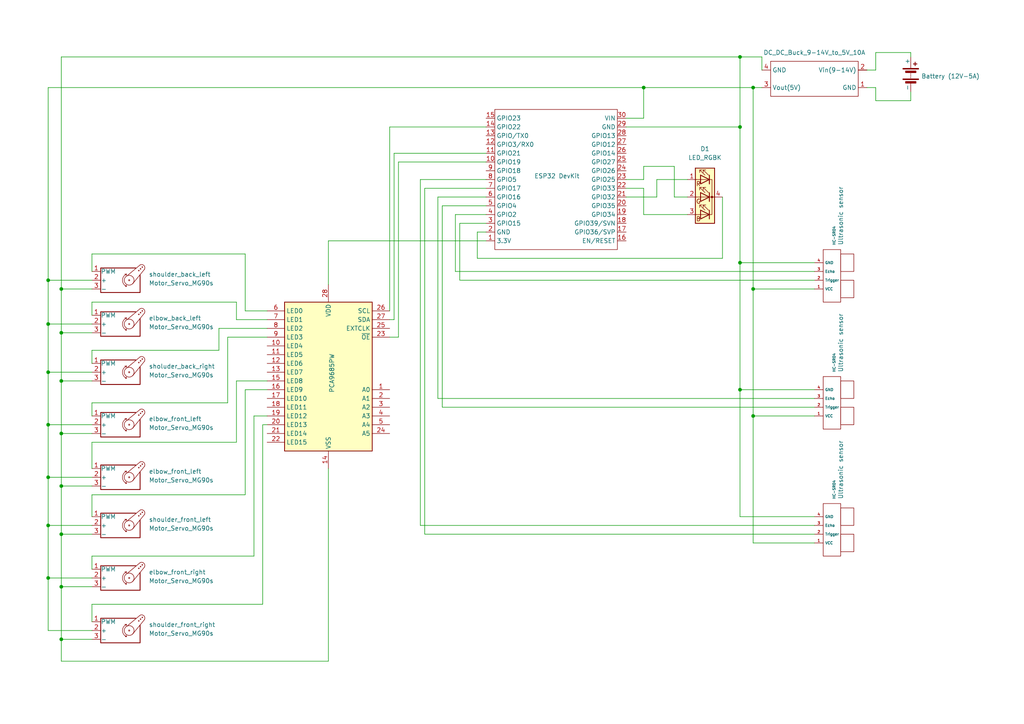
<source format=kicad_sch>
(kicad_sch (version 20250114) (generator "eeschema") (generator_version "9.0")
  (paper "A4")
  (lib_symbols
    (symbol "Device:Battery" (pin_numbers (hide yes)) (pin_names (offset 0))
      (property "Reference" "BT" (at 2.54 2.54 0))
      (property "Value" "Battery" (at 2.54 0 0))
      (symbol "Battery_0_1"
        (rectangle (start -2.286 1.778) (end 2.286 1.524) (fill (type outline)))
        (rectangle (start -2.286 -1.27) (end 2.286 -1.524) (fill (type outline)))
        (rectangle (start -1.524 1.016) (end 1.524 0.508) (fill (type outline)))
        (rectangle (start -1.524 -2.032) (end 1.524 -2.54) (fill (type outline)))
        (polyline (pts (xy 0 1.778) (xy 0 2.54)))
        (polyline (pts (xy 0 0) (xy 0 0.254)))
        (polyline (pts (xy 0 -0.508) (xy 0 -0.254)))
        (polyline (pts (xy 0 -1.016) (xy 0 -0.762)))
        (polyline (pts (xy 0.762 3.048) (xy 1.778 3.048)) (stroke (width 0.254)))
        (polyline (pts (xy 1.27 3.556) (xy 1.27 2.54)) (stroke (width 0.254)))
      )
      (symbol "Battery_1_1"
        (pin passive line (at 0 5.08 270) (length 2.54) (name "+") (number "1"))
        (pin passive line (at 0 -5.08 90) (length 2.54) (name "-") (number "2"))
      )
    )
    (symbol "Device:LED_RGBK" (pin_names (offset 0) (hide yes))
      (property "Reference" "D" (at 0 9.398 0))
      (property "Value" "LED_RGBK" (at 0 -8.89 0))
      (symbol "LED_RGBK_0_0"
        (text "R" (at 1.905 3.81 0) (effects (font (size 1.27 1.27))))
        (text "G" (at 1.905 -1.27 0) (effects (font (size 1.27 1.27))))
        (text "B" (at 1.905 -6.35 0) (effects (font (size 1.27 1.27))))
      )
      (symbol "LED_RGBK_0_1"
        (circle (center -2.032 0) (radius 0.254) (fill (type outline)))
        (polyline (pts (xy -1.27 6.35) (xy -1.27 3.81)) (stroke (width 0.254)))
        (polyline (pts (xy -1.27 6.35) (xy -1.27 3.81) (xy -1.27 3.81)))
        (polyline (pts (xy -1.27 5.08) (xy 1.27 5.08)))
        (polyline (pts (xy -1.27 5.08) (xy -2.032 5.08) (xy -2.032 -5.08) (xy -1.016 -5.08)))
        (polyline (pts (xy -1.27 1.27) (xy -1.27 -1.27)) (stroke (width 0.254)))
        (polyline (pts (xy -1.27 1.27) (xy -1.27 -1.27) (xy -1.27 -1.27)))
        (polyline (pts (xy -1.27 0) (xy -2.54 0)))
        (polyline (pts (xy -1.27 -3.81) (xy -1.27 -6.35)) (stroke (width 0.254)))
        (polyline (pts (xy -1.27 -5.08) (xy 1.27 -5.08)))
        (polyline (pts (xy -1.016 6.35) (xy 0.508 7.874) (xy -0.254 7.874) (xy 0.508 7.874) (xy 0.508 7.112)))
        (polyline (pts (xy -1.016 1.27) (xy 0.508 2.794) (xy -0.254 2.794) (xy 0.508 2.794) (xy 0.508 2.032)))
        (polyline (pts (xy -1.016 -3.81) (xy 0.508 -2.286) (xy -0.254 -2.286) (xy 0.508 -2.286) (xy 0.508 -3.048)))
        (polyline (pts (xy 0 6.35) (xy 1.524 7.874) (xy 0.762 7.874) (xy 1.524 7.874) (xy 1.524 7.112)))
        (polyline (pts (xy 0 1.27) (xy 1.524 2.794) (xy 0.762 2.794) (xy 1.524 2.794) (xy 1.524 2.032)))
        (polyline (pts (xy 0 -3.81) (xy 1.524 -2.286) (xy 0.762 -2.286) (xy 1.524 -2.286) (xy 1.524 -3.048)))
        (polyline (pts (xy 1.27 6.35) (xy 1.27 3.81) (xy -1.27 5.08) (xy 1.27 6.35)) (stroke (width 0.254)))
        (rectangle (start 1.27 6.35) (end 1.27 6.35))
        (polyline (pts (xy 1.27 5.08) (xy 2.54 5.08)))
        (rectangle (start 1.27 3.81) (end 1.27 6.35))
        (polyline (pts (xy 1.27 1.27) (xy 1.27 -1.27) (xy -1.27 0) (xy 1.27 1.27)) (stroke (width 0.254)))
        (rectangle (start 1.27 1.27) (end 1.27 1.27))
        (polyline (pts (xy 1.27 0) (xy -1.27 0)))
        (polyline (pts (xy 1.27 0) (xy 2.54 0)))
        (rectangle (start 1.27 -1.27) (end 1.27 1.27))
        (polyline (pts (xy 1.27 -3.81) (xy 1.27 -6.35) (xy -1.27 -5.08) (xy 1.27 -3.81)) (stroke (width 0.254)))
        (polyline (pts (xy 1.27 -5.08) (xy 2.54 -5.08)))
        (rectangle (start 2.794 8.382) (end -2.794 -7.62) (stroke (width 0.254)) (fill (type background)))
      )
      (symbol "LED_RGBK_1_1"
        (pin passive line (at -5.08 0 0) (length 2.54) (name "K") (number "4"))
        (pin passive line (at 5.08 5.08 180) (length 2.54) (name "RA") (number "1"))
        (pin passive line (at 5.08 0 180) (length 2.54) (name "GA") (number "2"))
        (pin passive line (at 5.08 -5.08 180) (length 2.54) (name "BA") (number "3"))
      )
    )
    (symbol "Driver_LED:PCA9685PW"
      (property "Reference" "U" (at -12.7 22.225 0))
      (property "Value" "PCA9685PW" (at 1.27 22.225 0))
      (symbol "PCA9685PW_0_1"
        (rectangle (start -12.7 20.32) (end 12.7 -22.86) (stroke (width 0.254)) (fill (type background)))
      )
      (symbol "PCA9685PW_1_1"
        (pin input line (at -17.78 17.78 0) (length 5.08) (name "SCL") (number "26"))
        (pin bidirectional line (at -17.78 15.24 0) (length 5.08) (name "SDA") (number "27"))
        (pin input line (at -17.78 12.7 0) (length 5.08) (name "EXTCLK") (number "25"))
        (pin input line (at -17.78 10.16 0) (length 5.08) (name "~{OE}") (number "23"))
        (pin input line (at -17.78 -5.08 0) (length 5.08) (name "A0") (number "1"))
        (pin input line (at -17.78 -7.62 0) (length 5.08) (name "A1") (number "2"))
        (pin input line (at -17.78 -10.16 0) (length 5.08) (name "A2") (number "3"))
        (pin input line (at -17.78 -12.7 0) (length 5.08) (name "A3") (number "4"))
        (pin input line (at -17.78 -15.24 0) (length 5.08) (name "A4") (number "5"))
        (pin input line (at -17.78 -17.78 0) (length 5.08) (name "A5") (number "24"))
        (pin power_in line (at 0 25.4 270) (length 5.08) (name "VDD") (number "28"))
        (pin power_in line (at 0 -27.94 90) (length 5.08) (name "VSS") (number "14"))
        (pin output line (at 17.78 17.78 180) (length 5.08) (name "LED0") (number "6"))
        (pin output line (at 17.78 15.24 180) (length 5.08) (name "LED1") (number "7"))
        (pin output line (at 17.78 12.7 180) (length 5.08) (name "LED2") (number "8"))
        (pin output line (at 17.78 10.16 180) (length 5.08) (name "LED3") (number "9"))
        (pin output line (at 17.78 7.62 180) (length 5.08) (name "LED4") (number "10"))
        (pin output line (at 17.78 5.08 180) (length 5.08) (name "LED5") (number "11"))
        (pin output line (at 17.78 2.54 180) (length 5.08) (name "LED6") (number "12"))
        (pin output line (at 17.78 0 180) (length 5.08) (name "LED7") (number "13"))
        (pin output line (at 17.78 -2.54 180) (length 5.08) (name "LED8") (number "15"))
        (pin output line (at 17.78 -5.08 180) (length 5.08) (name "LED9") (number "16"))
        (pin output line (at 17.78 -7.62 180) (length 5.08) (name "LED10") (number "17"))
        (pin output line (at 17.78 -10.16 180) (length 5.08) (name "LED11") (number "18"))
        (pin output line (at 17.78 -12.7 180) (length 5.08) (name "LED12") (number "19"))
        (pin output line (at 17.78 -15.24 180) (length 5.08) (name "LED13") (number "20"))
        (pin output line (at 17.78 -17.78 180) (length 5.08) (name "LED14") (number "21"))
        (pin output line (at 17.78 -20.32 180) (length 5.08) (name "LED15") (number "22"))
      )
    )
    (symbol "Motor:Motor_Servo" (pin_names (offset 0.0254))
      (property "Reference" "M" (at -5.08 4.445 0))
      (property "Value" "Motor_Servo" (at -5.08 -4.064 0))
      (symbol "Motor_Servo_0_1"
        (polyline (pts (xy 2.413 1.778) (xy 1.905 1.778)))
        (polyline (pts (xy 2.413 1.778) (xy 2.286 1.397)))
        (polyline (pts (xy 2.413 -1.778) (xy 2.032 -1.778)))
        (polyline (pts (xy 2.413 -1.778) (xy 2.286 -1.397)))
        (arc (start 2.413 -1.778) (mid 1.2406 0) (end 2.413 1.778))
        (circle (center 3.175 0) (radius 0.1778))
        (circle (center 3.175 0) (radius 1.4224))
        (polyline (pts (xy 5.08 3.556) (xy -5.08 3.556) (xy -5.08 -3.556) (xy 6.35 -3.556) (xy 6.35 1.524)) (stroke (width 0.254)))
        (circle (center 5.969 2.794) (radius 0.127))
        (polyline (pts (xy 6.35 4.445) (xy 2.54 1.27)))
        (circle (center 6.477 3.302) (radius 0.127))
        (arc (start 6.35 4.445) (mid 7.4487 4.2737) (end 7.62 3.175))
        (circle (center 6.985 3.81) (radius 0.127))
        (polyline (pts (xy 7.62 3.175) (xy 4.191 -1.016)))
      )
      (symbol "Motor_Servo_1_1"
        (pin passive line (at -7.62 2.54 0) (length 2.54) (name "PWM") (number "1"))
        (pin passive line (at -7.62 0 0) (length 2.54) (name "+") (number "2"))
        (pin passive line (at -7.62 -2.54 0) (length 2.54) (name "-") (number "3"))
      )
    )
    (symbol "esp32_devkit:ESP32S-WROOM"
      (symbol "ESP32S-WROOM_0_1"
        (rectangle (start -16.51 19.05) (end 19.05 -21.59))
      )
      (symbol "ESP32S-WROOM_1_1"
        (pin power_in line (at -19.05 16.51 0) (length 2.54) (name "VIN") (number "30"))
        (pin bidirectional line (at -19.05 13.97 0) (length 2.54) (name "GND") (number "29"))
        (pin bidirectional line (at -19.05 11.43 0) (length 2.54) (name "GPIO13") (number "28"))
        (pin bidirectional line (at -19.05 8.89 0) (length 2.54) (name "GPIO12") (number "27"))
        (pin bidirectional line (at -19.05 6.35 0) (length 2.54) (name "GPIO14") (number "26"))
        (pin bidirectional line (at -19.05 3.81 0) (length 2.54) (name "GPIO27") (number "25"))
        (pin bidirectional line (at -19.05 1.27 0) (length 2.54) (name "GPIO26") (number "24"))
        (pin bidirectional line (at -19.05 -1.27 0) (length 2.54) (name "GPIO25") (number "23"))
        (pin bidirectional line (at -19.05 -3.81 0) (length 2.54) (name "GPIO33") (number "22"))
        (pin bidirectional line (at -19.05 -6.35 0) (length 2.54) (name "GPIO32") (number "21"))
        (pin bidirectional line (at -19.05 -8.89 0) (length 2.54) (name "GPIO35") (number "20"))
        (pin bidirectional line (at -19.05 -11.43 0) (length 2.54) (name "GPIO34") (number "19"))
        (pin bidirectional line (at -19.05 -13.97 0) (length 2.54) (name "GPIO39/SVN") (number "18"))
        (pin bidirectional line (at -19.05 -16.51 0) (length 2.54) (name "GPIO36/SVP") (number "17"))
        (pin bidirectional line (at -19.05 -19.05 0) (length 2.54) (name "EN/RESET") (number "16"))
        (pin bidirectional line (at 21.59 16.51 180) (length 2.54) (name "GPIO23") (number "15"))
        (pin bidirectional line (at 21.59 13.97 180) (length 2.54) (name "GPIO22") (number "14"))
        (pin bidirectional line (at 21.59 11.43 180) (length 2.54) (name "GPIO/TX0") (number "13"))
        (pin bidirectional line (at 21.59 8.89 180) (length 2.54) (name "GPIO3/RX0") (number "12"))
        (pin bidirectional line (at 21.59 6.35 180) (length 2.54) (name "GPIO21") (number "11"))
        (pin bidirectional line (at 21.59 3.81 180) (length 2.54) (name "GPIO19") (number "10"))
        (pin bidirectional line (at 21.59 1.27 180) (length 2.54) (name "GPIO18") (number "9"))
        (pin bidirectional line (at 21.59 -1.27 180) (length 2.54) (name "GPIO5") (number "8"))
        (pin bidirectional line (at 21.59 -3.81 180) (length 2.54) (name "GPIO17") (number "7"))
        (pin bidirectional line (at 21.59 -6.35 180) (length 2.54) (name "GPIO16") (number "6"))
        (pin bidirectional line (at 21.59 -8.89 180) (length 2.54) (name "GPIO4") (number "5"))
        (pin bidirectional line (at 21.59 -11.43 180) (length 2.54) (name "GPIO2") (number "4"))
        (pin bidirectional line (at 21.59 -13.97 180) (length 2.54) (name "GPIO15") (number "3"))
        (pin bidirectional line (at 21.59 -16.51 180) (length 2.54) (name "GND") (number "2"))
        (pin bidirectional line (at 21.59 -19.05 180) (length 2.54) (name "3.3V") (number "1"))
      )
    )
    (symbol "hc-sr04:hc-sr04"
      (property "Reference" "U" (at 0 9.144 0))
      (symbol "hc-sr04_0_1"
        (rectangle (start -7.62 5.08) (end 7.62 0))
        (rectangle (start -6.35 0) (end -1.27 -3.81))
        (rectangle (start 1.27 0) (end 6.35 -3.81))
      )
      (symbol "hc-sr04_1_1"
        (pin power_in line (at -3.81 7.62 270) (length 2.54) (name "VCC") (number "1"))
        (pin input line (at -1.27 7.62 270) (length 2.54) (name "Trigger") (number "2"))
        (pin output line (at 1.27 7.62 270) (length 2.54) (name "Echo") (number "3"))
        (pin power_in line (at 3.81 7.62 270) (length 2.54) (name "GND") (number "4"))
      )
    )
    (symbol "voltage_reduction:DC_DC_Buck_9-14V_to_5V_10A"
      (property "Reference" "DCB" (at 0 6.35 0))
      (symbol "DC_DC_Buck_9-14V_to_5V_10A_0_1"
        (rectangle (start -12.7 5.08) (end 12.7 -5.08))
        (polyline (pts (xy -12.7 -2.54) (xy -12.7 -2.54)))
        (polyline (pts (xy 12.7 2.54) (xy 12.7 2.54)))
        (polyline (pts (xy 12.7 -2.54) (xy 15.24 -2.54)))
      )
      (symbol "DC_DC_Buck_9-14V_to_5V_10A_1_1"
        (pin power_out line (at -15.24 2.54 0) (length 2.54) (name "Vout(5V)") (number "3"))
        (pin power_out line (at -15.24 -2.54 0) (length 2.54) (name "GND") (number "4"))
        (pin power_in line (at 15.24 2.54 180) (length 2.54) (name "GND") (number "1"))
        (pin power_in line (at 15.24 -2.54 180) (length 2.54) (name "Vin(9-14V)") (number "2"))
      )
    )
  )
  (junction (at 13.97 93.98))
  (junction (at 186.69 25.4))
  (junction (at 214.63 113.03))
  (junction (at 17.78 110.49))
  (junction (at 218.44 120.65))
  (junction (at 17.78 96.52))
  (junction (at 13.97 167.64))
  (junction (at 17.78 83.82))
  (junction (at 17.78 185.42))
  (junction (at 17.78 125.73))
  (junction (at 13.97 107.95))
  (junction (at 17.78 170.18))
  (junction (at 13.97 152.4))
  (junction (at 17.78 154.94))
  (junction (at 13.97 123.19))
  (junction (at 17.78 140.97))
  (junction (at 214.63 36.83))
  (junction (at 214.63 16.51))
  (junction (at 13.97 138.43))
  (junction (at 214.63 76.2))
  (junction (at 218.44 83.82))
  (junction (at 13.97 81.28))
  (junction (at 218.44 25.4))
  (wire (pts (xy 214.63 149.86) (xy 214.63 113.03)))
  (wire (pts (xy 138.43 67.31) (xy 138.43 74.93)))
  (wire (pts (xy 236.22 113.03) (xy 214.63 113.03)))
  (wire (pts (xy 254 15.24) (xy 254 20.32)))
  (wire (pts (xy 71.12 90.17) (xy 77.47 90.17)))
  (wire (pts (xy 13.97 182.88) (xy 26.67 182.88)))
  (wire (pts (xy 13.97 107.95) (xy 26.67 107.95)))
  (wire (pts (xy 214.63 36.83) (xy 214.63 16.51)))
  (wire (pts (xy 251.46 20.32) (xy 254 20.32)))
  (wire (pts (xy 17.78 125.73) (xy 17.78 140.97)))
  (wire (pts (xy 17.78 185.42) (xy 26.67 185.42)))
  (wire (pts (xy 186.69 54.61) (xy 181.61 54.61)))
  (wire (pts (xy 254 15.24) (xy 264.16 15.24)))
  (wire (pts (xy 26.67 101.6) (xy 63.5 101.6)))
  (wire (pts (xy 17.78 110.49) (xy 17.78 125.73)))
  (wire (pts (xy 236.22 76.2) (xy 214.63 76.2)))
  (wire (pts (xy 209.55 57.15) (xy 209.55 74.93)))
  (wire (pts (xy 199.39 57.15) (xy 195.58 57.15)))
  (wire (pts (xy 218.44 120.65) (xy 218.44 83.82)))
  (wire (pts (xy 13.97 93.98) (xy 26.67 93.98)))
  (wire (pts (xy 63.5 101.6) (xy 63.5 95.25)))
  (wire (pts (xy 73.66 120.65) (xy 77.47 120.65)))
  (wire (pts (xy 17.78 191.77) (xy 17.78 185.42)))
  (wire (pts (xy 63.5 95.25) (xy 77.47 95.25)))
  (wire (pts (xy 236.22 149.86) (xy 214.63 149.86)))
  (wire (pts (xy 13.97 81.28) (xy 13.97 25.4)))
  (wire (pts (xy 13.97 81.28) (xy 13.97 93.98)))
  (wire (pts (xy 13.97 25.4) (xy 186.69 25.4)))
  (wire (pts (xy 17.78 170.18) (xy 17.78 185.42)))
  (wire (pts (xy 218.44 25.4) (xy 220.98 25.4)))
  (wire (pts (xy 264.16 26.67) (xy 264.16 29.21)))
  (wire (pts (xy 218.44 157.48) (xy 218.44 120.65)))
  (wire (pts (xy 71.12 113.03) (xy 77.47 113.03)))
  (wire (pts (xy 199.39 62.23) (xy 186.69 62.23)))
  (wire (pts (xy 95.25 191.77) (xy 17.78 191.77)))
  (wire (pts (xy 132.08 62.23) (xy 140.97 62.23)))
  (wire (pts (xy 140.97 46.99) (xy 115.57 46.99)))
  (wire (pts (xy 66.04 116.84) (xy 66.04 97.79)))
  (wire (pts (xy 17.78 154.94) (xy 17.78 170.18)))
  (wire (pts (xy 17.78 125.73) (xy 26.67 125.73)))
  (wire (pts (xy 26.67 149.86) (xy 26.67 143.51)))
  (wire (pts (xy 181.61 57.15) (xy 190.5 57.15)))
  (wire (pts (xy 236.22 152.4) (xy 121.92 152.4)))
  (wire (pts (xy 68.58 128.27) (xy 68.58 110.49)))
  (wire (pts (xy 220.98 16.51) (xy 220.98 20.32)))
  (wire (pts (xy 236.22 154.94) (xy 123.19 154.94)))
  (wire (pts (xy 236.22 118.11) (xy 128.27 118.11)))
  (wire (pts (xy 214.63 113.03) (xy 214.63 76.2)))
  (wire (pts (xy 113.03 90.17) (xy 113.03 36.83)))
  (wire (pts (xy 76.2 175.26) (xy 76.2 123.19)))
  (wire (pts (xy 186.69 54.61) (xy 186.69 62.23)))
  (wire (pts (xy 236.22 81.28) (xy 133.35 81.28)))
  (wire (pts (xy 209.55 74.93) (xy 138.43 74.93)))
  (wire (pts (xy 17.78 83.82) (xy 17.78 16.51)))
  (wire (pts (xy 127 57.15) (xy 140.97 57.15)))
  (wire (pts (xy 133.35 64.77) (xy 133.35 81.28)))
  (wire (pts (xy 13.97 167.64) (xy 26.67 167.64)))
  (wire (pts (xy 17.78 140.97) (xy 17.78 154.94)))
  (wire (pts (xy 17.78 83.82) (xy 17.78 96.52)))
  (wire (pts (xy 26.67 83.82) (xy 17.78 83.82)))
  (wire (pts (xy 140.97 69.85) (xy 95.25 69.85)))
  (wire (pts (xy 17.78 110.49) (xy 26.67 110.49)))
  (wire (pts (xy 236.22 78.74) (xy 132.08 78.74)))
  (wire (pts (xy 26.67 78.74) (xy 26.67 73.66)))
  (wire (pts (xy 127 115.57) (xy 127 57.15)))
  (wire (pts (xy 17.78 154.94) (xy 26.67 154.94)))
  (wire (pts (xy 115.57 97.79) (xy 113.03 97.79)))
  (wire (pts (xy 71.12 73.66) (xy 71.12 90.17)))
  (wire (pts (xy 113.03 36.83) (xy 140.97 36.83)))
  (wire (pts (xy 17.78 16.51) (xy 214.63 16.51)))
  (wire (pts (xy 186.69 34.29) (xy 181.61 34.29)))
  (wire (pts (xy 128.27 118.11) (xy 128.27 59.69)))
  (wire (pts (xy 132.08 78.74) (xy 132.08 62.23)))
  (wire (pts (xy 17.78 140.97) (xy 26.67 140.97)))
  (wire (pts (xy 214.63 16.51) (xy 220.98 16.51)))
  (wire (pts (xy 26.67 128.27) (xy 68.58 128.27)))
  (wire (pts (xy 264.16 15.24) (xy 264.16 16.51)))
  (wire (pts (xy 121.92 152.4) (xy 121.92 52.07)))
  (wire (pts (xy 26.67 120.65) (xy 26.67 116.84)))
  (wire (pts (xy 26.67 116.84) (xy 66.04 116.84)))
  (wire (pts (xy 138.43 67.31) (xy 140.97 67.31)))
  (wire (pts (xy 133.35 64.77) (xy 140.97 64.77)))
  (wire (pts (xy 195.58 48.26) (xy 186.69 48.26)))
  (wire (pts (xy 76.2 123.19) (xy 77.47 123.19)))
  (wire (pts (xy 26.67 87.63) (xy 68.58 87.63)))
  (wire (pts (xy 17.78 96.52) (xy 26.67 96.52)))
  (wire (pts (xy 254 25.4) (xy 254 29.21)))
  (wire (pts (xy 121.92 52.07) (xy 140.97 52.07)))
  (wire (pts (xy 115.57 46.99) (xy 115.57 97.79)))
  (wire (pts (xy 13.97 138.43) (xy 26.67 138.43)))
  (wire (pts (xy 254 29.21) (xy 264.16 29.21)))
  (wire (pts (xy 114.3 92.71) (xy 114.3 44.45)))
  (wire (pts (xy 123.19 54.61) (xy 140.97 54.61)))
  (wire (pts (xy 26.67 73.66) (xy 71.12 73.66)))
  (wire (pts (xy 236.22 115.57) (xy 127 115.57)))
  (wire (pts (xy 26.67 105.41) (xy 26.67 101.6)))
  (wire (pts (xy 26.67 81.28) (xy 13.97 81.28)))
  (wire (pts (xy 26.67 175.26) (xy 76.2 175.26)))
  (wire (pts (xy 17.78 96.52) (xy 17.78 110.49)))
  (wire (pts (xy 26.67 180.34) (xy 26.67 175.26)))
  (wire (pts (xy 114.3 44.45) (xy 140.97 44.45)))
  (wire (pts (xy 13.97 152.4) (xy 13.97 167.64)))
  (wire (pts (xy 71.12 143.51) (xy 71.12 113.03)))
  (wire (pts (xy 123.19 154.94) (xy 123.19 54.61)))
  (wire (pts (xy 95.25 69.85) (xy 95.25 82.55)))
  (wire (pts (xy 66.04 97.79) (xy 77.47 97.79)))
  (wire (pts (xy 17.78 170.18) (xy 26.67 170.18)))
  (wire (pts (xy 26.67 123.19) (xy 13.97 123.19)))
  (wire (pts (xy 26.67 143.51) (xy 71.12 143.51)))
  (wire (pts (xy 236.22 83.82) (xy 218.44 83.82)))
  (wire (pts (xy 13.97 107.95) (xy 13.97 123.19)))
  (wire (pts (xy 26.67 91.44) (xy 26.67 87.63)))
  (wire (pts (xy 190.5 52.07) (xy 199.39 52.07)))
  (wire (pts (xy 68.58 87.63) (xy 68.58 92.71)))
  (wire (pts (xy 218.44 83.82) (xy 218.44 25.4)))
  (wire (pts (xy 186.69 25.4) (xy 218.44 25.4)))
  (wire (pts (xy 26.67 135.89) (xy 26.67 128.27)))
  (wire (pts (xy 181.61 52.07) (xy 186.69 52.07)))
  (wire (pts (xy 13.97 167.64) (xy 13.97 182.88)))
  (wire (pts (xy 68.58 110.49) (xy 77.47 110.49)))
  (wire (pts (xy 186.69 25.4) (xy 186.69 34.29)))
  (wire (pts (xy 190.5 57.15) (xy 190.5 52.07)))
  (wire (pts (xy 186.69 48.26) (xy 186.69 52.07)))
  (wire (pts (xy 181.61 36.83) (xy 214.63 36.83)))
  (wire (pts (xy 73.66 161.29) (xy 73.66 120.65)))
  (wire (pts (xy 128.27 59.69) (xy 140.97 59.69)))
  (wire (pts (xy 13.97 123.19) (xy 13.97 138.43)))
  (wire (pts (xy 214.63 36.83) (xy 214.63 76.2)))
  (wire (pts (xy 195.58 57.15) (xy 195.58 48.26)))
  (wire (pts (xy 13.97 138.43) (xy 13.97 152.4)))
  (wire (pts (xy 26.67 165.1) (xy 26.67 161.29)))
  (wire (pts (xy 26.67 161.29) (xy 73.66 161.29)))
  (wire (pts (xy 236.22 120.65) (xy 218.44 120.65)))
  (wire (pts (xy 68.58 92.71) (xy 77.47 92.71)))
  (wire (pts (xy 236.22 157.48) (xy 218.44 157.48)))
  (wire (pts (xy 13.97 152.4) (xy 26.67 152.4)))
  (wire (pts (xy 13.97 93.98) (xy 13.97 107.95)))
  (wire (pts (xy 113.03 92.71) (xy 114.3 92.71)))
  (wire (pts (xy 254 25.4) (xy 251.46 25.4)))
  (wire (pts (xy 95.25 135.89) (xy 95.25 191.77)))
  (symbol (lib_id "Driver_LED:PCA9685PW") (at 95.25 107.95 0) (mirror y) (unit 1)
    (property "Reference" "U1" (effects (hide yes)))
    (property "Value" "PCA9685PW" (at 96.266 108.204 90))
    (property "Footprint" "Package_SO:TSSOP-28_4.4x9.7mm_P0.65mm" (effects (hide yes)))
    (property "Datasheet" "http://www.nxp.com/docs/en/data-sheet/PCA9685.pdf" (effects (hide yes)))
    (property "Description" "16-channel 12-bit PWM Fm+ I2C-bus LED controller RGBA TSSOP" (effects (hide yes)))
  )
  (symbol (lib_id "hc-sr04:hc-sr04") (at 243.84 80.01 90) (unit 1)
    (property "Reference" "HC-SR04" (at 241.935 71.12 0) (effects (font (size 0.762 0.762)) (justify left)))
    (property "Value" "Ultrasonic sensor" (at 243.8399 71.12 0) (effects (justify left)))
  )
  (symbol (lib_id "Motor:Motor_Servo") (at 34.29 123.19 0) (unit 1)
    (property "Reference" "elbow_front_left" (at 43.18 121.4868 0) (effects (justify left)))
    (property "Value" "Motor_Servo_MG90s" (at 43.18 124.0268 0) (effects (justify left)))
    (property "Datasheet" "http://forums.parallax.com/uploads/attachments/46831/74481.png" (effects (hide yes)))
    (property "Description" "Servo Motor (Futaba, HiTec, JR connector)" (effects (hide yes)))
  )
  (symbol (lib_id "Motor:Motor_Servo") (at 34.29 81.28 0) (unit 1)
    (property "Reference" "shoulder_back_left" (at 43.18 79.5768 0) (effects (justify left)))
    (property "Value" "Motor_Servo_MG90s" (at 43.18 82.1168 0) (effects (justify left)))
    (property "Datasheet" "http://forums.parallax.com/uploads/attachments/46831/74481.png" (effects (hide yes)))
    (property "Description" "Servo Motor (Futaba, HiTec, JR connector)" (effects (hide yes)))
  )
  (symbol (lib_id "Motor:Motor_Servo") (at 34.29 167.64 0) (unit 1)
    (property "Reference" "elbow_front_right" (at 43.18 165.9368 0) (effects (justify left)))
    (property "Value" "Motor_Servo_MG90s" (at 43.18 168.4768 0) (effects (justify left)))
    (property "Datasheet" "http://forums.parallax.com/uploads/attachments/46831/74481.png" (effects (hide yes)))
    (property "Description" "Servo Motor (Futaba, HiTec, JR connector)" (effects (hide yes)))
  )
  (symbol (lib_id "voltage_reduction:DC_DC_Buck_9-14V_to_5V_10A") (at 236.22 22.86 0) (mirror x) (unit 1)
    (property "Reference" "DCB" (effects (hide yes)))
    (property "Value" "DC_DC_Buck_9-14V_to_5V_10A" (at 236.22 15.24 0))
  )
  (symbol (lib_id "esp32_devkit:ESP32S-WROOM") (at 162.56 50.8 0) (mirror y) (unit 1)
    (property "Reference" "U2" (effects (hide yes)))
    (property "Value" "ESP32 DevKit" (at 161.544 51.054 0))
  )
  (symbol (lib_id "Device:Battery") (at 264.16 21.59 0) (unit 1)
    (property "Reference" "BT" (effects (hide yes)))
    (property "Value" "Battery (12V-5A)" (at 267.208 22.098 0) (effects (justify left)))
    (property "Description" "Multiple-cell battery" (effects (hide yes)))
  )
  (symbol (lib_id "Device:LED_RGBK") (at 204.47 57.15 0) (mirror y) (unit 1)
    (property "Reference" "D1" (at 204.47 43.18 0))
    (property "Value" "LED_RGBK" (at 204.47 45.72 0))
    (property "Description" "RGB LED, red/green/blue/cathode" (effects (hide yes)))
  )
  (symbol (lib_id "Motor:Motor_Servo") (at 34.29 93.98 0) (unit 1)
    (property "Reference" "elbow_back_left" (at 43.18 92.2768 0) (effects (justify left)))
    (property "Value" "Motor_Servo_MG90s" (at 43.18 94.8168 0) (effects (justify left)))
    (property "Datasheet" "http://forums.parallax.com/uploads/attachments/46831/74481.png" (effects (hide yes)))
    (property "Description" "Servo Motor (Futaba, HiTec, JR connector)" (effects (hide yes)))
  )
  (symbol (lib_id "hc-sr04:hc-sr04") (at 243.84 153.67 90) (unit 1)
    (property "Reference" "HC-SR04" (at 241.935 144.78 0) (effects (font (size 0.762 0.762)) (justify left)))
    (property "Value" "Ultrasonic sensor" (at 243.8399 144.78 0) (effects (justify left)))
  )
  (symbol (lib_id "Motor:Motor_Servo") (at 34.29 107.95 0) (unit 1)
    (property "Reference" "sholuder_back_right" (at 43.18 106.2468 0) (effects (justify left)))
    (property "Value" "Motor_Servo_MG90s" (at 43.18 108.7868 0) (effects (justify left)))
    (property "Datasheet" "http://forums.parallax.com/uploads/attachments/46831/74481.png" (effects (hide yes)))
    (property "Description" "Servo Motor (Futaba, HiTec, JR connector)" (effects (hide yes)))
  )
  (symbol (lib_id "Motor:Motor_Servo") (at 34.29 182.88 0) (unit 1)
    (property "Reference" "shoulder_front_right" (at 43.18 181.1768 0) (effects (justify left)))
    (property "Value" "Motor_Servo_MG90s" (at 43.18 183.7168 0) (effects (justify left)))
    (property "Datasheet" "http://forums.parallax.com/uploads/attachments/46831/74481.png" (effects (hide yes)))
    (property "Description" "Servo Motor (Futaba, HiTec, JR connector)" (effects (hide yes)))
  )
  (symbol (lib_id "hc-sr04:hc-sr04") (at 243.84 116.84 90) (unit 1)
    (property "Reference" "HC-SR04" (at 241.935 107.95 0) (effects (font (size 0.762 0.762)) (justify left)))
    (property "Value" "Ultrasonic sensor" (at 243.8399 107.95 0) (effects (justify left)))
  )
  (symbol (lib_id "Motor:Motor_Servo") (at 34.29 152.4 0) (unit 1)
    (property "Reference" "shoulder_front_left" (at 43.18 150.6968 0) (effects (justify left)))
    (property "Value" "Motor_Servo_MG90s" (at 43.18 153.2368 0) (effects (justify left)))
    (property "Datasheet" "http://forums.parallax.com/uploads/attachments/46831/74481.png" (effects (hide yes)))
    (property "Description" "Servo Motor (Futaba, HiTec, JR connector)" (effects (hide yes)))
  )
  (symbol (lib_id "Motor:Motor_Servo") (at 34.29 138.43 0) (unit 1)
    (property "Reference" "elbow_front_left" (at 43.18 136.7268 0) (effects (justify left)))
    (property "Value" "Motor_Servo_MG90s" (at 43.18 139.2668 0) (effects (justify left)))
    (property "Datasheet" "http://forums.parallax.com/uploads/attachments/46831/74481.png" (effects (hide yes)))
    (property "Description" "Servo Motor (Futaba, HiTec, JR connector)" (effects (hide yes)))
  )
)
</source>
